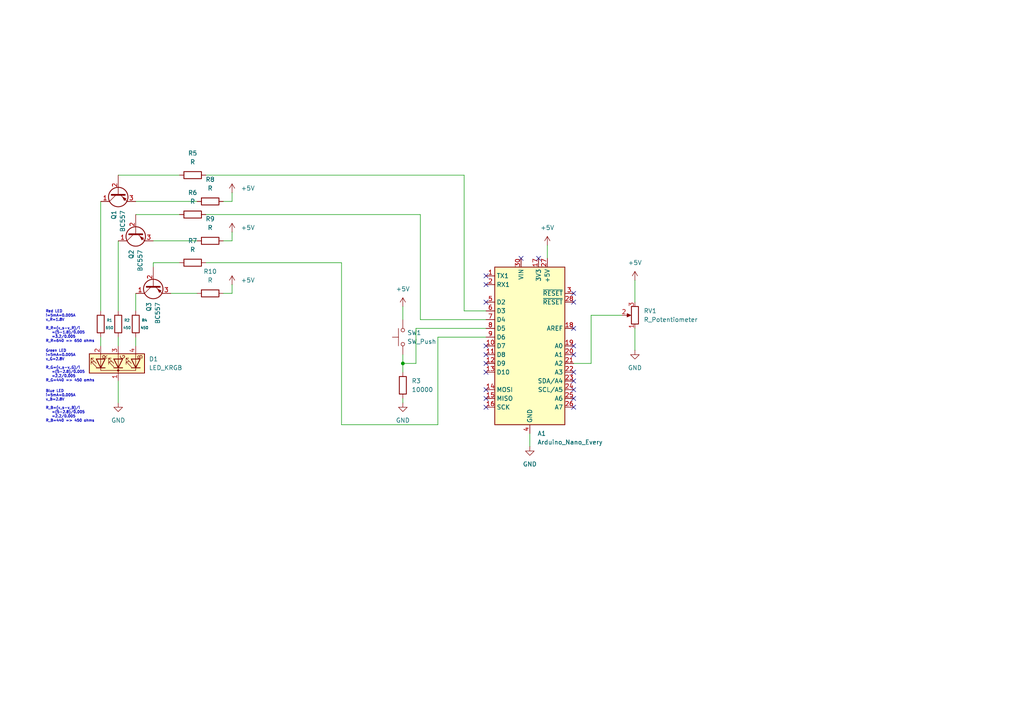
<source format=kicad_sch>
(kicad_sch
	(version 20231120)
	(generator "eeschema")
	(generator_version "8.0")
	(uuid "5f9a8620-ee1b-4e13-ab40-480da1a30c55")
	(paper "A4")
	(lib_symbols
		(symbol "Device:LED_KRGB"
			(pin_names
				(offset 0) hide)
			(exclude_from_sim no)
			(in_bom yes)
			(on_board yes)
			(property "Reference" "D"
				(at 0 9.398 0)
				(effects
					(font
						(size 1.27 1.27)
					)
				)
			)
			(property "Value" "LED_KRGB"
				(at 0 -8.89 0)
				(effects
					(font
						(size 1.27 1.27)
					)
				)
			)
			(property "Footprint" ""
				(at 0 -1.27 0)
				(effects
					(font
						(size 1.27 1.27)
					)
					(hide yes)
				)
			)
			(property "Datasheet" "~"
				(at 0 -1.27 0)
				(effects
					(font
						(size 1.27 1.27)
					)
					(hide yes)
				)
			)
			(property "Description" "RGB LED, cathode/red/green/blue"
				(at 0 0 0)
				(effects
					(font
						(size 1.27 1.27)
					)
					(hide yes)
				)
			)
			(property "ki_keywords" "LED RGB diode"
				(at 0 0 0)
				(effects
					(font
						(size 1.27 1.27)
					)
					(hide yes)
				)
			)
			(property "ki_fp_filters" "LED* LED_SMD:* LED_THT:*"
				(at 0 0 0)
				(effects
					(font
						(size 1.27 1.27)
					)
					(hide yes)
				)
			)
			(symbol "LED_KRGB_0_0"
				(text "B"
					(at 1.905 -6.35 0)
					(effects
						(font
							(size 1.27 1.27)
						)
					)
				)
				(text "G"
					(at 1.905 -1.27 0)
					(effects
						(font
							(size 1.27 1.27)
						)
					)
				)
				(text "R"
					(at 1.905 3.81 0)
					(effects
						(font
							(size 1.27 1.27)
						)
					)
				)
			)
			(symbol "LED_KRGB_0_1"
				(circle
					(center -2.032 0)
					(radius 0.254)
					(stroke
						(width 0)
						(type default)
					)
					(fill
						(type outline)
					)
				)
				(polyline
					(pts
						(xy -1.27 -5.08) (xy 1.27 -5.08)
					)
					(stroke
						(width 0)
						(type default)
					)
					(fill
						(type none)
					)
				)
				(polyline
					(pts
						(xy -1.27 -3.81) (xy -1.27 -6.35)
					)
					(stroke
						(width 0.254)
						(type default)
					)
					(fill
						(type none)
					)
				)
				(polyline
					(pts
						(xy -1.27 0) (xy -2.54 0)
					)
					(stroke
						(width 0)
						(type default)
					)
					(fill
						(type none)
					)
				)
				(polyline
					(pts
						(xy -1.27 1.27) (xy -1.27 -1.27)
					)
					(stroke
						(width 0.254)
						(type default)
					)
					(fill
						(type none)
					)
				)
				(polyline
					(pts
						(xy -1.27 5.08) (xy 1.27 5.08)
					)
					(stroke
						(width 0)
						(type default)
					)
					(fill
						(type none)
					)
				)
				(polyline
					(pts
						(xy -1.27 6.35) (xy -1.27 3.81)
					)
					(stroke
						(width 0.254)
						(type default)
					)
					(fill
						(type none)
					)
				)
				(polyline
					(pts
						(xy 1.27 -5.08) (xy 2.54 -5.08)
					)
					(stroke
						(width 0)
						(type default)
					)
					(fill
						(type none)
					)
				)
				(polyline
					(pts
						(xy 1.27 0) (xy -1.27 0)
					)
					(stroke
						(width 0)
						(type default)
					)
					(fill
						(type none)
					)
				)
				(polyline
					(pts
						(xy 1.27 0) (xy 2.54 0)
					)
					(stroke
						(width 0)
						(type default)
					)
					(fill
						(type none)
					)
				)
				(polyline
					(pts
						(xy 1.27 5.08) (xy 2.54 5.08)
					)
					(stroke
						(width 0)
						(type default)
					)
					(fill
						(type none)
					)
				)
				(polyline
					(pts
						(xy -1.27 1.27) (xy -1.27 -1.27) (xy -1.27 -1.27)
					)
					(stroke
						(width 0)
						(type default)
					)
					(fill
						(type none)
					)
				)
				(polyline
					(pts
						(xy -1.27 6.35) (xy -1.27 3.81) (xy -1.27 3.81)
					)
					(stroke
						(width 0)
						(type default)
					)
					(fill
						(type none)
					)
				)
				(polyline
					(pts
						(xy -1.27 5.08) (xy -2.032 5.08) (xy -2.032 -5.08) (xy -1.016 -5.08)
					)
					(stroke
						(width 0)
						(type default)
					)
					(fill
						(type none)
					)
				)
				(polyline
					(pts
						(xy 1.27 -3.81) (xy 1.27 -6.35) (xy -1.27 -5.08) (xy 1.27 -3.81)
					)
					(stroke
						(width 0.254)
						(type default)
					)
					(fill
						(type none)
					)
				)
				(polyline
					(pts
						(xy 1.27 1.27) (xy 1.27 -1.27) (xy -1.27 0) (xy 1.27 1.27)
					)
					(stroke
						(width 0.254)
						(type default)
					)
					(fill
						(type none)
					)
				)
				(polyline
					(pts
						(xy 1.27 6.35) (xy 1.27 3.81) (xy -1.27 5.08) (xy 1.27 6.35)
					)
					(stroke
						(width 0.254)
						(type default)
					)
					(fill
						(type none)
					)
				)
				(polyline
					(pts
						(xy -1.016 -3.81) (xy 0.508 -2.286) (xy -0.254 -2.286) (xy 0.508 -2.286) (xy 0.508 -3.048)
					)
					(stroke
						(width 0)
						(type default)
					)
					(fill
						(type none)
					)
				)
				(polyline
					(pts
						(xy -1.016 1.27) (xy 0.508 2.794) (xy -0.254 2.794) (xy 0.508 2.794) (xy 0.508 2.032)
					)
					(stroke
						(width 0)
						(type default)
					)
					(fill
						(type none)
					)
				)
				(polyline
					(pts
						(xy -1.016 6.35) (xy 0.508 7.874) (xy -0.254 7.874) (xy 0.508 7.874) (xy 0.508 7.112)
					)
					(stroke
						(width 0)
						(type default)
					)
					(fill
						(type none)
					)
				)
				(polyline
					(pts
						(xy 0 -3.81) (xy 1.524 -2.286) (xy 0.762 -2.286) (xy 1.524 -2.286) (xy 1.524 -3.048)
					)
					(stroke
						(width 0)
						(type default)
					)
					(fill
						(type none)
					)
				)
				(polyline
					(pts
						(xy 0 1.27) (xy 1.524 2.794) (xy 0.762 2.794) (xy 1.524 2.794) (xy 1.524 2.032)
					)
					(stroke
						(width 0)
						(type default)
					)
					(fill
						(type none)
					)
				)
				(polyline
					(pts
						(xy 0 6.35) (xy 1.524 7.874) (xy 0.762 7.874) (xy 1.524 7.874) (xy 1.524 7.112)
					)
					(stroke
						(width 0)
						(type default)
					)
					(fill
						(type none)
					)
				)
				(rectangle
					(start 1.27 -1.27)
					(end 1.27 1.27)
					(stroke
						(width 0)
						(type default)
					)
					(fill
						(type none)
					)
				)
				(rectangle
					(start 1.27 1.27)
					(end 1.27 1.27)
					(stroke
						(width 0)
						(type default)
					)
					(fill
						(type none)
					)
				)
				(rectangle
					(start 1.27 3.81)
					(end 1.27 6.35)
					(stroke
						(width 0)
						(type default)
					)
					(fill
						(type none)
					)
				)
				(rectangle
					(start 1.27 6.35)
					(end 1.27 6.35)
					(stroke
						(width 0)
						(type default)
					)
					(fill
						(type none)
					)
				)
				(rectangle
					(start 2.794 8.382)
					(end -2.794 -7.62)
					(stroke
						(width 0.254)
						(type default)
					)
					(fill
						(type background)
					)
				)
			)
			(symbol "LED_KRGB_1_1"
				(pin passive line
					(at -5.08 0 0)
					(length 2.54)
					(name "K"
						(effects
							(font
								(size 1.27 1.27)
							)
						)
					)
					(number "1"
						(effects
							(font
								(size 1.27 1.27)
							)
						)
					)
				)
				(pin passive line
					(at 5.08 5.08 180)
					(length 2.54)
					(name "RA"
						(effects
							(font
								(size 1.27 1.27)
							)
						)
					)
					(number "2"
						(effects
							(font
								(size 1.27 1.27)
							)
						)
					)
				)
				(pin passive line
					(at 5.08 0 180)
					(length 2.54)
					(name "GA"
						(effects
							(font
								(size 1.27 1.27)
							)
						)
					)
					(number "3"
						(effects
							(font
								(size 1.27 1.27)
							)
						)
					)
				)
				(pin passive line
					(at 5.08 -5.08 180)
					(length 2.54)
					(name "BA"
						(effects
							(font
								(size 1.27 1.27)
							)
						)
					)
					(number "4"
						(effects
							(font
								(size 1.27 1.27)
							)
						)
					)
				)
			)
		)
		(symbol "Device:R"
			(pin_numbers hide)
			(pin_names
				(offset 0)
			)
			(exclude_from_sim no)
			(in_bom yes)
			(on_board yes)
			(property "Reference" "R"
				(at 2.032 0 90)
				(effects
					(font
						(size 1.27 1.27)
					)
				)
			)
			(property "Value" "R"
				(at 0 0 90)
				(effects
					(font
						(size 1.27 1.27)
					)
				)
			)
			(property "Footprint" ""
				(at -1.778 0 90)
				(effects
					(font
						(size 1.27 1.27)
					)
					(hide yes)
				)
			)
			(property "Datasheet" "~"
				(at 0 0 0)
				(effects
					(font
						(size 1.27 1.27)
					)
					(hide yes)
				)
			)
			(property "Description" "Resistor"
				(at 0 0 0)
				(effects
					(font
						(size 1.27 1.27)
					)
					(hide yes)
				)
			)
			(property "ki_keywords" "R res resistor"
				(at 0 0 0)
				(effects
					(font
						(size 1.27 1.27)
					)
					(hide yes)
				)
			)
			(property "ki_fp_filters" "R_*"
				(at 0 0 0)
				(effects
					(font
						(size 1.27 1.27)
					)
					(hide yes)
				)
			)
			(symbol "R_0_1"
				(rectangle
					(start -1.016 -2.54)
					(end 1.016 2.54)
					(stroke
						(width 0.254)
						(type default)
					)
					(fill
						(type none)
					)
				)
			)
			(symbol "R_1_1"
				(pin passive line
					(at 0 3.81 270)
					(length 1.27)
					(name "~"
						(effects
							(font
								(size 1.27 1.27)
							)
						)
					)
					(number "1"
						(effects
							(font
								(size 1.27 1.27)
							)
						)
					)
				)
				(pin passive line
					(at 0 -3.81 90)
					(length 1.27)
					(name "~"
						(effects
							(font
								(size 1.27 1.27)
							)
						)
					)
					(number "2"
						(effects
							(font
								(size 1.27 1.27)
							)
						)
					)
				)
			)
		)
		(symbol "Device:R_Potentiometer"
			(pin_names
				(offset 1.016) hide)
			(exclude_from_sim no)
			(in_bom yes)
			(on_board yes)
			(property "Reference" "RV"
				(at -4.445 0 90)
				(effects
					(font
						(size 1.27 1.27)
					)
				)
			)
			(property "Value" "R_Potentiometer"
				(at -2.54 0 90)
				(effects
					(font
						(size 1.27 1.27)
					)
				)
			)
			(property "Footprint" ""
				(at 0 0 0)
				(effects
					(font
						(size 1.27 1.27)
					)
					(hide yes)
				)
			)
			(property "Datasheet" "~"
				(at 0 0 0)
				(effects
					(font
						(size 1.27 1.27)
					)
					(hide yes)
				)
			)
			(property "Description" "Potentiometer"
				(at 0 0 0)
				(effects
					(font
						(size 1.27 1.27)
					)
					(hide yes)
				)
			)
			(property "ki_keywords" "resistor variable"
				(at 0 0 0)
				(effects
					(font
						(size 1.27 1.27)
					)
					(hide yes)
				)
			)
			(property "ki_fp_filters" "Potentiometer*"
				(at 0 0 0)
				(effects
					(font
						(size 1.27 1.27)
					)
					(hide yes)
				)
			)
			(symbol "R_Potentiometer_0_1"
				(polyline
					(pts
						(xy 2.54 0) (xy 1.524 0)
					)
					(stroke
						(width 0)
						(type default)
					)
					(fill
						(type none)
					)
				)
				(polyline
					(pts
						(xy 1.143 0) (xy 2.286 0.508) (xy 2.286 -0.508) (xy 1.143 0)
					)
					(stroke
						(width 0)
						(type default)
					)
					(fill
						(type outline)
					)
				)
				(rectangle
					(start 1.016 2.54)
					(end -1.016 -2.54)
					(stroke
						(width 0.254)
						(type default)
					)
					(fill
						(type none)
					)
				)
			)
			(symbol "R_Potentiometer_1_1"
				(pin passive line
					(at 0 3.81 270)
					(length 1.27)
					(name "1"
						(effects
							(font
								(size 1.27 1.27)
							)
						)
					)
					(number "1"
						(effects
							(font
								(size 1.27 1.27)
							)
						)
					)
				)
				(pin passive line
					(at 3.81 0 180)
					(length 1.27)
					(name "2"
						(effects
							(font
								(size 1.27 1.27)
							)
						)
					)
					(number "2"
						(effects
							(font
								(size 1.27 1.27)
							)
						)
					)
				)
				(pin passive line
					(at 0 -3.81 90)
					(length 1.27)
					(name "3"
						(effects
							(font
								(size 1.27 1.27)
							)
						)
					)
					(number "3"
						(effects
							(font
								(size 1.27 1.27)
							)
						)
					)
				)
			)
		)
		(symbol "MCU_Module:Arduino_Nano_Every"
			(exclude_from_sim no)
			(in_bom yes)
			(on_board yes)
			(property "Reference" "A"
				(at -10.16 23.495 0)
				(effects
					(font
						(size 1.27 1.27)
					)
					(justify left bottom)
				)
			)
			(property "Value" "Arduino_Nano_Every"
				(at 5.08 -24.13 0)
				(effects
					(font
						(size 1.27 1.27)
					)
					(justify left top)
				)
			)
			(property "Footprint" "Module:Arduino_Nano"
				(at 0 0 0)
				(effects
					(font
						(size 1.27 1.27)
						(italic yes)
					)
					(hide yes)
				)
			)
			(property "Datasheet" "https://content.arduino.cc/assets/NANOEveryV3.0_sch.pdf"
				(at 0 0 0)
				(effects
					(font
						(size 1.27 1.27)
					)
					(hide yes)
				)
			)
			(property "Description" "Arduino Nano Every"
				(at 0 0 0)
				(effects
					(font
						(size 1.27 1.27)
					)
					(hide yes)
				)
			)
			(property "ki_keywords" "Arduino nano microcontroller module USB UPDI AATMega4809 AVR"
				(at 0 0 0)
				(effects
					(font
						(size 1.27 1.27)
					)
					(hide yes)
				)
			)
			(property "ki_fp_filters" "Arduino*Nano*"
				(at 0 0 0)
				(effects
					(font
						(size 1.27 1.27)
					)
					(hide yes)
				)
			)
			(symbol "Arduino_Nano_Every_0_1"
				(rectangle
					(start -10.16 22.86)
					(end 10.16 -22.86)
					(stroke
						(width 0.254)
						(type default)
					)
					(fill
						(type background)
					)
				)
			)
			(symbol "Arduino_Nano_Every_1_1"
				(pin bidirectional line
					(at -12.7 20.32 0)
					(length 2.54)
					(name "TX1"
						(effects
							(font
								(size 1.27 1.27)
							)
						)
					)
					(number "1"
						(effects
							(font
								(size 1.27 1.27)
							)
						)
					)
				)
				(pin bidirectional line
					(at -12.7 0 0)
					(length 2.54)
					(name "D7"
						(effects
							(font
								(size 1.27 1.27)
							)
						)
					)
					(number "10"
						(effects
							(font
								(size 1.27 1.27)
							)
						)
					)
				)
				(pin bidirectional line
					(at -12.7 -2.54 0)
					(length 2.54)
					(name "D8"
						(effects
							(font
								(size 1.27 1.27)
							)
						)
					)
					(number "11"
						(effects
							(font
								(size 1.27 1.27)
							)
						)
					)
				)
				(pin bidirectional line
					(at -12.7 -5.08 0)
					(length 2.54)
					(name "D9"
						(effects
							(font
								(size 1.27 1.27)
							)
						)
					)
					(number "12"
						(effects
							(font
								(size 1.27 1.27)
							)
						)
					)
				)
				(pin bidirectional line
					(at -12.7 -7.62 0)
					(length 2.54)
					(name "D10"
						(effects
							(font
								(size 1.27 1.27)
							)
						)
					)
					(number "13"
						(effects
							(font
								(size 1.27 1.27)
							)
						)
					)
				)
				(pin bidirectional line
					(at -12.7 -12.7 0)
					(length 2.54)
					(name "MOSI"
						(effects
							(font
								(size 1.27 1.27)
							)
						)
					)
					(number "14"
						(effects
							(font
								(size 1.27 1.27)
							)
						)
					)
				)
				(pin bidirectional line
					(at -12.7 -15.24 0)
					(length 2.54)
					(name "MISO"
						(effects
							(font
								(size 1.27 1.27)
							)
						)
					)
					(number "15"
						(effects
							(font
								(size 1.27 1.27)
							)
						)
					)
				)
				(pin bidirectional line
					(at -12.7 -17.78 0)
					(length 2.54)
					(name "SCK"
						(effects
							(font
								(size 1.27 1.27)
							)
						)
					)
					(number "16"
						(effects
							(font
								(size 1.27 1.27)
							)
						)
					)
				)
				(pin power_out line
					(at 2.54 25.4 270)
					(length 2.54)
					(name "3V3"
						(effects
							(font
								(size 1.27 1.27)
							)
						)
					)
					(number "17"
						(effects
							(font
								(size 1.27 1.27)
							)
						)
					)
				)
				(pin input line
					(at 12.7 5.08 180)
					(length 2.54)
					(name "AREF"
						(effects
							(font
								(size 1.27 1.27)
							)
						)
					)
					(number "18"
						(effects
							(font
								(size 1.27 1.27)
							)
						)
					)
				)
				(pin bidirectional line
					(at 12.7 0 180)
					(length 2.54)
					(name "A0"
						(effects
							(font
								(size 1.27 1.27)
							)
						)
					)
					(number "19"
						(effects
							(font
								(size 1.27 1.27)
							)
						)
					)
				)
				(pin bidirectional line
					(at -12.7 17.78 0)
					(length 2.54)
					(name "RX1"
						(effects
							(font
								(size 1.27 1.27)
							)
						)
					)
					(number "2"
						(effects
							(font
								(size 1.27 1.27)
							)
						)
					)
				)
				(pin bidirectional line
					(at 12.7 -2.54 180)
					(length 2.54)
					(name "A1"
						(effects
							(font
								(size 1.27 1.27)
							)
						)
					)
					(number "20"
						(effects
							(font
								(size 1.27 1.27)
							)
						)
					)
				)
				(pin bidirectional line
					(at 12.7 -5.08 180)
					(length 2.54)
					(name "A2"
						(effects
							(font
								(size 1.27 1.27)
							)
						)
					)
					(number "21"
						(effects
							(font
								(size 1.27 1.27)
							)
						)
					)
				)
				(pin bidirectional line
					(at 12.7 -7.62 180)
					(length 2.54)
					(name "A3"
						(effects
							(font
								(size 1.27 1.27)
							)
						)
					)
					(number "22"
						(effects
							(font
								(size 1.27 1.27)
							)
						)
					)
				)
				(pin bidirectional line
					(at 12.7 -10.16 180)
					(length 2.54)
					(name "SDA/A4"
						(effects
							(font
								(size 1.27 1.27)
							)
						)
					)
					(number "23"
						(effects
							(font
								(size 1.27 1.27)
							)
						)
					)
				)
				(pin bidirectional line
					(at 12.7 -12.7 180)
					(length 2.54)
					(name "SCL/A5"
						(effects
							(font
								(size 1.27 1.27)
							)
						)
					)
					(number "24"
						(effects
							(font
								(size 1.27 1.27)
							)
						)
					)
				)
				(pin bidirectional line
					(at 12.7 -15.24 180)
					(length 2.54)
					(name "A6"
						(effects
							(font
								(size 1.27 1.27)
							)
						)
					)
					(number "25"
						(effects
							(font
								(size 1.27 1.27)
							)
						)
					)
				)
				(pin bidirectional line
					(at 12.7 -17.78 180)
					(length 2.54)
					(name "A7"
						(effects
							(font
								(size 1.27 1.27)
							)
						)
					)
					(number "26"
						(effects
							(font
								(size 1.27 1.27)
							)
						)
					)
				)
				(pin power_out line
					(at 5.08 25.4 270)
					(length 2.54)
					(name "+5V"
						(effects
							(font
								(size 1.27 1.27)
							)
						)
					)
					(number "27"
						(effects
							(font
								(size 1.27 1.27)
							)
						)
					)
				)
				(pin input line
					(at 12.7 12.7 180)
					(length 2.54)
					(name "~{RESET}"
						(effects
							(font
								(size 1.27 1.27)
							)
						)
					)
					(number "28"
						(effects
							(font
								(size 1.27 1.27)
							)
						)
					)
				)
				(pin passive line
					(at 0 -25.4 90)
					(length 2.54) hide
					(name "GND"
						(effects
							(font
								(size 1.27 1.27)
							)
						)
					)
					(number "29"
						(effects
							(font
								(size 1.27 1.27)
							)
						)
					)
				)
				(pin input line
					(at 12.7 15.24 180)
					(length 2.54)
					(name "~{RESET}"
						(effects
							(font
								(size 1.27 1.27)
							)
						)
					)
					(number "3"
						(effects
							(font
								(size 1.27 1.27)
							)
						)
					)
				)
				(pin power_in line
					(at -2.54 25.4 270)
					(length 2.54)
					(name "VIN"
						(effects
							(font
								(size 1.27 1.27)
							)
						)
					)
					(number "30"
						(effects
							(font
								(size 1.27 1.27)
							)
						)
					)
				)
				(pin power_in line
					(at 0 -25.4 90)
					(length 2.54)
					(name "GND"
						(effects
							(font
								(size 1.27 1.27)
							)
						)
					)
					(number "4"
						(effects
							(font
								(size 1.27 1.27)
							)
						)
					)
				)
				(pin bidirectional line
					(at -12.7 12.7 0)
					(length 2.54)
					(name "D2"
						(effects
							(font
								(size 1.27 1.27)
							)
						)
					)
					(number "5"
						(effects
							(font
								(size 1.27 1.27)
							)
						)
					)
				)
				(pin bidirectional line
					(at -12.7 10.16 0)
					(length 2.54)
					(name "D3"
						(effects
							(font
								(size 1.27 1.27)
							)
						)
					)
					(number "6"
						(effects
							(font
								(size 1.27 1.27)
							)
						)
					)
				)
				(pin bidirectional line
					(at -12.7 7.62 0)
					(length 2.54)
					(name "D4"
						(effects
							(font
								(size 1.27 1.27)
							)
						)
					)
					(number "7"
						(effects
							(font
								(size 1.27 1.27)
							)
						)
					)
				)
				(pin bidirectional line
					(at -12.7 5.08 0)
					(length 2.54)
					(name "D5"
						(effects
							(font
								(size 1.27 1.27)
							)
						)
					)
					(number "8"
						(effects
							(font
								(size 1.27 1.27)
							)
						)
					)
				)
				(pin bidirectional line
					(at -12.7 2.54 0)
					(length 2.54)
					(name "D6"
						(effects
							(font
								(size 1.27 1.27)
							)
						)
					)
					(number "9"
						(effects
							(font
								(size 1.27 1.27)
							)
						)
					)
				)
			)
		)
		(symbol "Switch:SW_Push"
			(pin_numbers hide)
			(pin_names
				(offset 1.016) hide)
			(exclude_from_sim no)
			(in_bom yes)
			(on_board yes)
			(property "Reference" "SW"
				(at 1.27 2.54 0)
				(effects
					(font
						(size 1.27 1.27)
					)
					(justify left)
				)
			)
			(property "Value" "SW_Push"
				(at 0 -1.524 0)
				(effects
					(font
						(size 1.27 1.27)
					)
				)
			)
			(property "Footprint" ""
				(at 0 5.08 0)
				(effects
					(font
						(size 1.27 1.27)
					)
					(hide yes)
				)
			)
			(property "Datasheet" "~"
				(at 0 5.08 0)
				(effects
					(font
						(size 1.27 1.27)
					)
					(hide yes)
				)
			)
			(property "Description" "Push button switch, generic, two pins"
				(at 0 0 0)
				(effects
					(font
						(size 1.27 1.27)
					)
					(hide yes)
				)
			)
			(property "ki_keywords" "switch normally-open pushbutton push-button"
				(at 0 0 0)
				(effects
					(font
						(size 1.27 1.27)
					)
					(hide yes)
				)
			)
			(symbol "SW_Push_0_1"
				(circle
					(center -2.032 0)
					(radius 0.508)
					(stroke
						(width 0)
						(type default)
					)
					(fill
						(type none)
					)
				)
				(polyline
					(pts
						(xy 0 1.27) (xy 0 3.048)
					)
					(stroke
						(width 0)
						(type default)
					)
					(fill
						(type none)
					)
				)
				(polyline
					(pts
						(xy 2.54 1.27) (xy -2.54 1.27)
					)
					(stroke
						(width 0)
						(type default)
					)
					(fill
						(type none)
					)
				)
				(circle
					(center 2.032 0)
					(radius 0.508)
					(stroke
						(width 0)
						(type default)
					)
					(fill
						(type none)
					)
				)
				(pin passive line
					(at -5.08 0 0)
					(length 2.54)
					(name "1"
						(effects
							(font
								(size 1.27 1.27)
							)
						)
					)
					(number "1"
						(effects
							(font
								(size 1.27 1.27)
							)
						)
					)
				)
				(pin passive line
					(at 5.08 0 180)
					(length 2.54)
					(name "2"
						(effects
							(font
								(size 1.27 1.27)
							)
						)
					)
					(number "2"
						(effects
							(font
								(size 1.27 1.27)
							)
						)
					)
				)
			)
		)
		(symbol "Transistor_BJT:BC557"
			(pin_names
				(offset 0) hide)
			(exclude_from_sim no)
			(in_bom yes)
			(on_board yes)
			(property "Reference" "Q"
				(at 5.08 1.905 0)
				(effects
					(font
						(size 1.27 1.27)
					)
					(justify left)
				)
			)
			(property "Value" "BC557"
				(at 5.08 0 0)
				(effects
					(font
						(size 1.27 1.27)
					)
					(justify left)
				)
			)
			(property "Footprint" "Package_TO_SOT_THT:TO-92_Inline"
				(at 5.08 -1.905 0)
				(effects
					(font
						(size 1.27 1.27)
						(italic yes)
					)
					(justify left)
					(hide yes)
				)
			)
			(property "Datasheet" "https://www.onsemi.com/pub/Collateral/BC556BTA-D.pdf"
				(at 0 0 0)
				(effects
					(font
						(size 1.27 1.27)
					)
					(justify left)
					(hide yes)
				)
			)
			(property "Description" "0.1A Ic, 45V Vce, PNP Small Signal Transistor, TO-92"
				(at 0 0 0)
				(effects
					(font
						(size 1.27 1.27)
					)
					(hide yes)
				)
			)
			(property "ki_keywords" "PNP Transistor"
				(at 0 0 0)
				(effects
					(font
						(size 1.27 1.27)
					)
					(hide yes)
				)
			)
			(property "ki_fp_filters" "TO?92*"
				(at 0 0 0)
				(effects
					(font
						(size 1.27 1.27)
					)
					(hide yes)
				)
			)
			(symbol "BC557_0_1"
				(polyline
					(pts
						(xy 0.635 0.635) (xy 2.54 2.54)
					)
					(stroke
						(width 0)
						(type default)
					)
					(fill
						(type none)
					)
				)
				(polyline
					(pts
						(xy 0.635 -0.635) (xy 2.54 -2.54) (xy 2.54 -2.54)
					)
					(stroke
						(width 0)
						(type default)
					)
					(fill
						(type none)
					)
				)
				(polyline
					(pts
						(xy 0.635 1.905) (xy 0.635 -1.905) (xy 0.635 -1.905)
					)
					(stroke
						(width 0.508)
						(type default)
					)
					(fill
						(type none)
					)
				)
				(polyline
					(pts
						(xy 2.286 -1.778) (xy 1.778 -2.286) (xy 1.27 -1.27) (xy 2.286 -1.778) (xy 2.286 -1.778)
					)
					(stroke
						(width 0)
						(type default)
					)
					(fill
						(type outline)
					)
				)
				(circle
					(center 1.27 0)
					(radius 2.8194)
					(stroke
						(width 0.254)
						(type default)
					)
					(fill
						(type none)
					)
				)
			)
			(symbol "BC557_1_1"
				(pin passive line
					(at 2.54 5.08 270)
					(length 2.54)
					(name "C"
						(effects
							(font
								(size 1.27 1.27)
							)
						)
					)
					(number "1"
						(effects
							(font
								(size 1.27 1.27)
							)
						)
					)
				)
				(pin input line
					(at -5.08 0 0)
					(length 5.715)
					(name "B"
						(effects
							(font
								(size 1.27 1.27)
							)
						)
					)
					(number "2"
						(effects
							(font
								(size 1.27 1.27)
							)
						)
					)
				)
				(pin passive line
					(at 2.54 -5.08 90)
					(length 2.54)
					(name "E"
						(effects
							(font
								(size 1.27 1.27)
							)
						)
					)
					(number "3"
						(effects
							(font
								(size 1.27 1.27)
							)
						)
					)
				)
			)
		)
		(symbol "power:+5V"
			(power)
			(pin_numbers hide)
			(pin_names
				(offset 0) hide)
			(exclude_from_sim no)
			(in_bom yes)
			(on_board yes)
			(property "Reference" "#PWR"
				(at 0 -3.81 0)
				(effects
					(font
						(size 1.27 1.27)
					)
					(hide yes)
				)
			)
			(property "Value" "+5V"
				(at 0 3.556 0)
				(effects
					(font
						(size 1.27 1.27)
					)
				)
			)
			(property "Footprint" ""
				(at 0 0 0)
				(effects
					(font
						(size 1.27 1.27)
					)
					(hide yes)
				)
			)
			(property "Datasheet" ""
				(at 0 0 0)
				(effects
					(font
						(size 1.27 1.27)
					)
					(hide yes)
				)
			)
			(property "Description" "Power symbol creates a global label with name \"+5V\""
				(at 0 0 0)
				(effects
					(font
						(size 1.27 1.27)
					)
					(hide yes)
				)
			)
			(property "ki_keywords" "global power"
				(at 0 0 0)
				(effects
					(font
						(size 1.27 1.27)
					)
					(hide yes)
				)
			)
			(symbol "+5V_0_1"
				(polyline
					(pts
						(xy -0.762 1.27) (xy 0 2.54)
					)
					(stroke
						(width 0)
						(type default)
					)
					(fill
						(type none)
					)
				)
				(polyline
					(pts
						(xy 0 0) (xy 0 2.54)
					)
					(stroke
						(width 0)
						(type default)
					)
					(fill
						(type none)
					)
				)
				(polyline
					(pts
						(xy 0 2.54) (xy 0.762 1.27)
					)
					(stroke
						(width 0)
						(type default)
					)
					(fill
						(type none)
					)
				)
			)
			(symbol "+5V_1_1"
				(pin power_in line
					(at 0 0 90)
					(length 0)
					(name "~"
						(effects
							(font
								(size 1.27 1.27)
							)
						)
					)
					(number "1"
						(effects
							(font
								(size 1.27 1.27)
							)
						)
					)
				)
			)
		)
		(symbol "power:GND"
			(power)
			(pin_numbers hide)
			(pin_names
				(offset 0) hide)
			(exclude_from_sim no)
			(in_bom yes)
			(on_board yes)
			(property "Reference" "#PWR"
				(at 0 -6.35 0)
				(effects
					(font
						(size 1.27 1.27)
					)
					(hide yes)
				)
			)
			(property "Value" "GND"
				(at 0 -3.81 0)
				(effects
					(font
						(size 1.27 1.27)
					)
				)
			)
			(property "Footprint" ""
				(at 0 0 0)
				(effects
					(font
						(size 1.27 1.27)
					)
					(hide yes)
				)
			)
			(property "Datasheet" ""
				(at 0 0 0)
				(effects
					(font
						(size 1.27 1.27)
					)
					(hide yes)
				)
			)
			(property "Description" "Power symbol creates a global label with name \"GND\" , ground"
				(at 0 0 0)
				(effects
					(font
						(size 1.27 1.27)
					)
					(hide yes)
				)
			)
			(property "ki_keywords" "global power"
				(at 0 0 0)
				(effects
					(font
						(size 1.27 1.27)
					)
					(hide yes)
				)
			)
			(symbol "GND_0_1"
				(polyline
					(pts
						(xy 0 0) (xy 0 -1.27) (xy 1.27 -1.27) (xy 0 -2.54) (xy -1.27 -1.27) (xy 0 -1.27)
					)
					(stroke
						(width 0)
						(type default)
					)
					(fill
						(type none)
					)
				)
			)
			(symbol "GND_1_1"
				(pin power_in line
					(at 0 0 270)
					(length 0)
					(name "~"
						(effects
							(font
								(size 1.27 1.27)
							)
						)
					)
					(number "1"
						(effects
							(font
								(size 1.27 1.27)
							)
						)
					)
				)
			)
		)
	)
	(junction
		(at 116.84 105.41)
		(diameter 0)
		(color 0 0 0 0)
		(uuid "120c8db3-f595-45fb-9307-f03c707a952c")
	)
	(no_connect
		(at 166.37 87.63)
		(uuid "003d66df-de08-4ea0-a0b8-cb793fabdb64")
	)
	(no_connect
		(at 166.37 113.03)
		(uuid "249ab28c-9215-467a-868c-fb45d911b6bd")
	)
	(no_connect
		(at 140.97 118.11)
		(uuid "287b8800-8b64-4b92-a8a7-ec6132abf6fb")
	)
	(no_connect
		(at 140.97 87.63)
		(uuid "312ac905-6d4c-48f4-9955-639498cb005a")
	)
	(no_connect
		(at 140.97 102.87)
		(uuid "383704ff-71b8-44b7-b3b7-abe190de9074")
	)
	(no_connect
		(at 140.97 100.33)
		(uuid "3ce804f0-c314-4d82-903b-c9d3213a3be1")
	)
	(no_connect
		(at 166.37 118.11)
		(uuid "3d38b6cf-3d97-4119-b6d4-195cfcad9599")
	)
	(no_connect
		(at 166.37 102.87)
		(uuid "4614132c-c761-4e5e-8cbc-66d83b56631f")
	)
	(no_connect
		(at 140.97 113.03)
		(uuid "48aeabfb-3bc0-401c-a1e1-9c644135a27e")
	)
	(no_connect
		(at 156.21 74.93)
		(uuid "61face89-3f81-4356-9f26-ae2ca34678e9")
	)
	(no_connect
		(at 166.37 110.49)
		(uuid "701b92d8-f19c-4e62-97ca-3c662a4e5599")
	)
	(no_connect
		(at 166.37 107.95)
		(uuid "73e42aa4-e9fa-4df8-b9b3-dd4932a3c1c5")
	)
	(no_connect
		(at 140.97 82.55)
		(uuid "811760a5-0a66-44ce-be5b-45dc04d0ed16")
	)
	(no_connect
		(at 151.13 74.93)
		(uuid "83bfc33f-004c-4e16-b96b-23d030fe5ff4")
	)
	(no_connect
		(at 166.37 95.25)
		(uuid "8f5ad3cf-9555-45f8-aee3-1f7a284b8ebb")
	)
	(no_connect
		(at 140.97 105.41)
		(uuid "a6c25dbf-b5ab-46f0-a088-d1267ce4590c")
	)
	(no_connect
		(at 140.97 107.95)
		(uuid "aa8c8d6a-ea1d-4aec-81ab-a5f52a304dc2")
	)
	(no_connect
		(at 166.37 100.33)
		(uuid "b480fc6e-dc6c-4137-85d6-837885f735bb")
	)
	(no_connect
		(at 166.37 115.57)
		(uuid "b70e0216-bfd9-4435-bca7-da1e47cd082d")
	)
	(no_connect
		(at 140.97 115.57)
		(uuid "c5c6968b-181c-42b9-ab37-4c26eaa63898")
	)
	(no_connect
		(at 140.97 80.01)
		(uuid "f4212be7-ffc5-4aaa-9655-679c39b14116")
	)
	(no_connect
		(at 166.37 85.09)
		(uuid "fb6da01b-11db-4dda-b664-24c430ff27f3")
	)
	(wire
		(pts
			(xy 67.31 55.88) (xy 67.31 58.42)
		)
		(stroke
			(width 0)
			(type default)
		)
		(uuid "01bb8a3a-404d-4088-adb3-d4af8f0bbd0e")
	)
	(wire
		(pts
			(xy 116.84 115.57) (xy 116.84 116.84)
		)
		(stroke
			(width 0)
			(type default)
		)
		(uuid "0a61b628-0e71-431d-9d3a-256980130b40")
	)
	(wire
		(pts
			(xy 127 123.19) (xy 127 97.79)
		)
		(stroke
			(width 0)
			(type default)
		)
		(uuid "0c2b5468-72b2-41f9-9f79-280b007f8b39")
	)
	(wire
		(pts
			(xy 67.31 85.09) (xy 64.77 85.09)
		)
		(stroke
			(width 0)
			(type default)
		)
		(uuid "0cc4cde9-2b3a-49c4-b156-a8fb26339a93")
	)
	(wire
		(pts
			(xy 67.31 69.85) (xy 67.31 67.31)
		)
		(stroke
			(width 0)
			(type default)
		)
		(uuid "17573d22-e1c7-40a5-a158-19aed20552fa")
	)
	(wire
		(pts
			(xy 59.69 76.2) (xy 99.06 76.2)
		)
		(stroke
			(width 0)
			(type default)
		)
		(uuid "288d2314-83c9-461d-9d68-0171765a4c02")
	)
	(wire
		(pts
			(xy 39.37 85.09) (xy 39.37 90.17)
		)
		(stroke
			(width 0)
			(type default)
		)
		(uuid "28c172cd-f62b-44fd-a5b0-15da9e34fc78")
	)
	(wire
		(pts
			(xy 59.69 50.8) (xy 134.62 50.8)
		)
		(stroke
			(width 0)
			(type default)
		)
		(uuid "2d711c49-c909-4ad1-b563-b359db2cd6b6")
	)
	(wire
		(pts
			(xy 180.34 91.44) (xy 171.45 91.44)
		)
		(stroke
			(width 0)
			(type default)
		)
		(uuid "327218c9-bef7-4be7-905f-972bbcb4afbf")
	)
	(wire
		(pts
			(xy 127 123.19) (xy 99.06 123.19)
		)
		(stroke
			(width 0)
			(type default)
		)
		(uuid "32a49d23-b659-43cf-a3d3-013896717510")
	)
	(wire
		(pts
			(xy 34.29 69.85) (xy 34.29 90.17)
		)
		(stroke
			(width 0)
			(type default)
		)
		(uuid "34a1b4b4-bdb5-4692-a103-a76b491dc468")
	)
	(wire
		(pts
			(xy 52.07 50.8) (xy 34.29 50.8)
		)
		(stroke
			(width 0)
			(type default)
		)
		(uuid "37ad27d1-5138-4832-a8e4-56264ab8cbdd")
	)
	(wire
		(pts
			(xy 184.15 87.63) (xy 184.15 81.28)
		)
		(stroke
			(width 0)
			(type default)
		)
		(uuid "37b6ed59-eba0-48c4-90d5-71c7475d61ab")
	)
	(wire
		(pts
			(xy 57.15 58.42) (xy 39.37 58.42)
		)
		(stroke
			(width 0)
			(type default)
		)
		(uuid "396ae19a-bd4f-4d54-9409-7e059b2d17d2")
	)
	(wire
		(pts
			(xy 39.37 97.79) (xy 39.37 100.33)
		)
		(stroke
			(width 0)
			(type default)
		)
		(uuid "45342bd8-1247-4c18-a433-f4f07f483562")
	)
	(wire
		(pts
			(xy 67.31 85.09) (xy 67.31 82.55)
		)
		(stroke
			(width 0)
			(type default)
		)
		(uuid "477f2780-899a-44b4-869d-e2de2a4ccf45")
	)
	(wire
		(pts
			(xy 171.45 91.44) (xy 171.45 105.41)
		)
		(stroke
			(width 0)
			(type default)
		)
		(uuid "5df5a1ff-837a-4ea5-a0cd-3b1b2d6910ac")
	)
	(wire
		(pts
			(xy 57.15 85.09) (xy 49.53 85.09)
		)
		(stroke
			(width 0)
			(type default)
		)
		(uuid "687f9a5b-dc50-4c64-be5f-c3b602429ff3")
	)
	(wire
		(pts
			(xy 121.92 62.23) (xy 121.92 92.71)
		)
		(stroke
			(width 0)
			(type default)
		)
		(uuid "736ce276-f900-4779-8598-572c10d0f701")
	)
	(wire
		(pts
			(xy 184.15 95.25) (xy 184.15 101.6)
		)
		(stroke
			(width 0)
			(type default)
		)
		(uuid "79700f91-7d80-485d-aace-8df0600eb886")
	)
	(wire
		(pts
			(xy 116.84 105.41) (xy 116.84 107.95)
		)
		(stroke
			(width 0)
			(type default)
		)
		(uuid "7dd243da-d39d-4000-bbae-bbfb16272861")
	)
	(wire
		(pts
			(xy 134.62 50.8) (xy 134.62 90.17)
		)
		(stroke
			(width 0)
			(type default)
		)
		(uuid "85f56ee4-a57b-4380-969a-faba1b1fb354")
	)
	(wire
		(pts
			(xy 64.77 69.85) (xy 67.31 69.85)
		)
		(stroke
			(width 0)
			(type default)
		)
		(uuid "8658373e-5858-4610-83f1-5fb03bab18e2")
	)
	(wire
		(pts
			(xy 34.29 97.79) (xy 34.29 100.33)
		)
		(stroke
			(width 0)
			(type default)
		)
		(uuid "8b489671-ff29-4d7d-ae58-198f9533ce95")
	)
	(wire
		(pts
			(xy 120.65 105.41) (xy 116.84 105.41)
		)
		(stroke
			(width 0)
			(type default)
		)
		(uuid "8dd281fa-b1fc-48e1-9c2c-56f1c7efdb7b")
	)
	(wire
		(pts
			(xy 153.67 125.73) (xy 153.67 129.54)
		)
		(stroke
			(width 0)
			(type default)
		)
		(uuid "93bfe9f0-596c-4ae1-ba71-0b4714762923")
	)
	(wire
		(pts
			(xy 116.84 102.87) (xy 116.84 105.41)
		)
		(stroke
			(width 0)
			(type default)
		)
		(uuid "9ccf51de-6daf-463a-bb80-024e7f3c6f57")
	)
	(wire
		(pts
			(xy 57.15 69.85) (xy 44.45 69.85)
		)
		(stroke
			(width 0)
			(type default)
		)
		(uuid "9fc8bd19-2312-41b8-8715-fade854d486d")
	)
	(wire
		(pts
			(xy 158.75 71.12) (xy 158.75 74.93)
		)
		(stroke
			(width 0)
			(type default)
		)
		(uuid "a959e425-9b08-431c-94b5-f277d0789bd6")
	)
	(wire
		(pts
			(xy 116.84 88.9) (xy 116.84 92.71)
		)
		(stroke
			(width 0)
			(type default)
		)
		(uuid "abecf7e2-d003-4af0-b84a-6bbb4a02aed1")
	)
	(wire
		(pts
			(xy 29.21 58.42) (xy 29.21 90.17)
		)
		(stroke
			(width 0)
			(type default)
		)
		(uuid "b7eaf852-ac4e-45fb-892f-abba57e6cb9e")
	)
	(wire
		(pts
			(xy 99.06 76.2) (xy 99.06 123.19)
		)
		(stroke
			(width 0)
			(type default)
		)
		(uuid "b9ef6d06-e981-42bb-b746-51315365c9e9")
	)
	(wire
		(pts
			(xy 134.62 90.17) (xy 140.97 90.17)
		)
		(stroke
			(width 0)
			(type default)
		)
		(uuid "ba80f16a-b574-42d9-ba18-6a2e5033153a")
	)
	(wire
		(pts
			(xy 127 97.79) (xy 140.97 97.79)
		)
		(stroke
			(width 0)
			(type default)
		)
		(uuid "bcbe6e2b-9f4e-4f79-abb6-dc77144384b5")
	)
	(wire
		(pts
			(xy 171.45 105.41) (xy 166.37 105.41)
		)
		(stroke
			(width 0)
			(type default)
		)
		(uuid "c4ce07a2-b7e7-44b6-80b5-487479428ea3")
	)
	(wire
		(pts
			(xy 120.65 105.41) (xy 120.65 95.25)
		)
		(stroke
			(width 0)
			(type default)
		)
		(uuid "ca516906-e224-4d33-acfa-cee026ffebcf")
	)
	(wire
		(pts
			(xy 44.45 76.2) (xy 52.07 76.2)
		)
		(stroke
			(width 0)
			(type default)
		)
		(uuid "ca72cb51-b6e2-42ed-a32c-a9816e7a19f4")
	)
	(wire
		(pts
			(xy 34.29 110.49) (xy 34.29 116.84)
		)
		(stroke
			(width 0)
			(type default)
		)
		(uuid "cd7fd9c1-02e1-4936-8fdd-2e6b4db5b1a3")
	)
	(wire
		(pts
			(xy 67.31 58.42) (xy 64.77 58.42)
		)
		(stroke
			(width 0)
			(type default)
		)
		(uuid "ce91eea9-4847-4e3d-ba92-000bcf7c37a2")
	)
	(wire
		(pts
			(xy 121.92 92.71) (xy 140.97 92.71)
		)
		(stroke
			(width 0)
			(type default)
		)
		(uuid "df0d40cd-3fe7-49c4-8710-6b0703958fa4")
	)
	(wire
		(pts
			(xy 59.69 62.23) (xy 121.92 62.23)
		)
		(stroke
			(width 0)
			(type default)
		)
		(uuid "e03ee318-8a9d-4fa3-9a55-fed2a501a614")
	)
	(wire
		(pts
			(xy 39.37 62.23) (xy 52.07 62.23)
		)
		(stroke
			(width 0)
			(type default)
		)
		(uuid "e2092535-c25e-4623-b655-5d6933ec0a0c")
	)
	(wire
		(pts
			(xy 29.21 97.79) (xy 29.21 100.33)
		)
		(stroke
			(width 0)
			(type default)
		)
		(uuid "e306704c-16a4-4c22-ae99-d20daf57e980")
	)
	(wire
		(pts
			(xy 44.45 76.2) (xy 44.45 77.47)
		)
		(stroke
			(width 0)
			(type default)
		)
		(uuid "ee560b56-404a-439c-877c-d425f3eb5ffb")
	)
	(wire
		(pts
			(xy 120.65 95.25) (xy 140.97 95.25)
		)
		(stroke
			(width 0)
			(type default)
		)
		(uuid "f9082a6e-7c40-475b-9367-2a7540261707")
	)
	(text "Green LED\ni=5mA=0.005A\nv_G=2.8V\n\nR_G=(v_s-v_G)/i\n   =(5-2.8)/0.005\n   =2.2/0.005\nR_G=440 => 450 omhs"
		(exclude_from_sim no)
		(at 13.208 106.172 0)
		(effects
			(font
				(size 0.762 0.762)
			)
			(justify left)
		)
		(uuid "26693695-dc4c-42f6-a650-aa22e738c9fb")
	)
	(text "Red LED\ni=5mA=0.005A\nv_R=1.8V\n\nR_R=(v_s-v_R)/i\n   =(5-1.8)/0.005\n   =3.2/0.005\nR_R=640 => 650 ohms"
		(exclude_from_sim no)
		(at 13.208 94.742 0)
		(effects
			(font
				(size 0.762 0.762)
			)
			(justify left)
		)
		(uuid "79f82f8d-b912-418c-9a8b-f627bc555d14")
	)
	(text "Blue LED\ni=5mA=0.005A\nv_B=2.8V\n\nR_B=(v_s-v_B)/i\n   =(5-2.8)/0.005\n   =2.2/0.005\nR_B=440 => 450 ohms"
		(exclude_from_sim no)
		(at 13.208 117.856 0)
		(effects
			(font
				(size 0.762 0.762)
			)
			(justify left)
		)
		(uuid "bd07616c-e716-4059-91e1-e5708b968bc4")
	)
	(symbol
		(lib_id "Device:R")
		(at 55.88 50.8 90)
		(unit 1)
		(exclude_from_sim no)
		(in_bom yes)
		(on_board yes)
		(dnp no)
		(fields_autoplaced yes)
		(uuid "03b179a6-00a9-4a9d-9dec-a4ba878d9ab9")
		(property "Reference" "R5"
			(at 55.88 44.45 90)
			(effects
				(font
					(size 1.27 1.27)
				)
			)
		)
		(property "Value" "R"
			(at 55.88 46.99 90)
			(effects
				(font
					(size 1.27 1.27)
				)
			)
		)
		(property "Footprint" ""
			(at 55.88 52.578 90)
			(effects
				(font
					(size 1.27 1.27)
				)
				(hide yes)
			)
		)
		(property "Datasheet" "~"
			(at 55.88 50.8 0)
			(effects
				(font
					(size 1.27 1.27)
				)
				(hide yes)
			)
		)
		(property "Description" "Resistor"
			(at 55.88 50.8 0)
			(effects
				(font
					(size 1.27 1.27)
				)
				(hide yes)
			)
		)
		(pin "1"
			(uuid "0c45b270-7bed-4146-9958-162738c00f52")
		)
		(pin "2"
			(uuid "eb202af1-ff7c-45fc-acfd-fe800189ea7e")
		)
		(instances
			(project ""
				(path "/5f9a8620-ee1b-4e13-ab40-480da1a30c55"
					(reference "R5")
					(unit 1)
				)
			)
		)
	)
	(symbol
		(lib_id "Device:R")
		(at 116.84 111.76 0)
		(unit 1)
		(exclude_from_sim no)
		(in_bom yes)
		(on_board yes)
		(dnp no)
		(fields_autoplaced yes)
		(uuid "03d3de16-09e2-4011-a70f-04d01a0b5765")
		(property "Reference" "R3"
			(at 119.38 110.4899 0)
			(effects
				(font
					(size 1.27 1.27)
				)
				(justify left)
			)
		)
		(property "Value" "10000"
			(at 119.38 113.0299 0)
			(effects
				(font
					(size 1.27 1.27)
				)
				(justify left)
			)
		)
		(property "Footprint" ""
			(at 115.062 111.76 90)
			(effects
				(font
					(size 1.27 1.27)
				)
				(hide yes)
			)
		)
		(property "Datasheet" "~"
			(at 116.84 111.76 0)
			(effects
				(font
					(size 1.27 1.27)
				)
				(hide yes)
			)
		)
		(property "Description" "Resistor"
			(at 116.84 111.76 0)
			(effects
				(font
					(size 1.27 1.27)
				)
				(hide yes)
			)
		)
		(pin "1"
			(uuid "18cc24fb-9520-433b-8844-ce6e1a9d4e78")
		)
		(pin "2"
			(uuid "c84fa53f-b5c9-4a4b-bb20-ff97ba097d78")
		)
		(instances
			(project ""
				(path "/5f9a8620-ee1b-4e13-ab40-480da1a30c55"
					(reference "R3")
					(unit 1)
				)
			)
		)
	)
	(symbol
		(lib_id "Transistor_BJT:BC557")
		(at 34.29 55.88 90)
		(mirror x)
		(unit 1)
		(exclude_from_sim no)
		(in_bom yes)
		(on_board yes)
		(dnp no)
		(uuid "09e3b8f1-a667-44e3-ace9-a9dde2d3cb8c")
		(property "Reference" "Q1"
			(at 33.0199 60.96 0)
			(effects
				(font
					(size 1.27 1.27)
				)
				(justify left)
			)
		)
		(property "Value" "BC557"
			(at 35.5599 60.96 0)
			(effects
				(font
					(size 1.27 1.27)
				)
				(justify left)
			)
		)
		(property "Footprint" "Package_TO_SOT_THT:TO-92_Inline"
			(at 36.195 60.96 0)
			(effects
				(font
					(size 1.27 1.27)
					(italic yes)
				)
				(justify left)
				(hide yes)
			)
		)
		(property "Datasheet" "https://www.onsemi.com/pub/Collateral/BC556BTA-D.pdf"
			(at 34.29 55.88 0)
			(effects
				(font
					(size 1.27 1.27)
				)
				(justify left)
				(hide yes)
			)
		)
		(property "Description" "0.1A Ic, 45V Vce, PNP Small Signal Transistor, TO-92"
			(at 34.29 55.88 0)
			(effects
				(font
					(size 1.27 1.27)
				)
				(hide yes)
			)
		)
		(pin "1"
			(uuid "121f8598-bfa2-4aff-a3fb-c79c265fbc08")
		)
		(pin "2"
			(uuid "9ce59eef-95b8-46d0-8957-1b4e3fcf2a1a")
		)
		(pin "3"
			(uuid "69598ec6-201d-4971-b57e-3034c7291357")
		)
		(instances
			(project ""
				(path "/5f9a8620-ee1b-4e13-ab40-480da1a30c55"
					(reference "Q1")
					(unit 1)
				)
			)
		)
	)
	(symbol
		(lib_id "Device:R_Potentiometer")
		(at 184.15 91.44 180)
		(unit 1)
		(exclude_from_sim no)
		(in_bom yes)
		(on_board yes)
		(dnp no)
		(fields_autoplaced yes)
		(uuid "0f4760e6-0fd8-445b-b323-431f83fcaa82")
		(property "Reference" "RV1"
			(at 186.69 90.1699 0)
			(effects
				(font
					(size 1.27 1.27)
				)
				(justify right)
			)
		)
		(property "Value" "R_Potentiometer"
			(at 186.69 92.7099 0)
			(effects
				(font
					(size 1.27 1.27)
				)
				(justify right)
			)
		)
		(property "Footprint" ""
			(at 184.15 91.44 0)
			(effects
				(font
					(size 1.27 1.27)
				)
				(hide yes)
			)
		)
		(property "Datasheet" "~"
			(at 184.15 91.44 0)
			(effects
				(font
					(size 1.27 1.27)
				)
				(hide yes)
			)
		)
		(property "Description" "Potentiometer"
			(at 184.15 91.44 0)
			(effects
				(font
					(size 1.27 1.27)
				)
				(hide yes)
			)
		)
		(pin "3"
			(uuid "7ea4f15c-eb0a-48e0-8c9f-240ef6bbe8d7")
		)
		(pin "1"
			(uuid "8c74e9dd-bc4b-4acd-b30f-a00783f32b03")
		)
		(pin "2"
			(uuid "53419fc2-f0c5-42c7-967e-b5e313dbd344")
		)
		(instances
			(project ""
				(path "/5f9a8620-ee1b-4e13-ab40-480da1a30c55"
					(reference "RV1")
					(unit 1)
				)
			)
		)
	)
	(symbol
		(lib_id "Device:R")
		(at 60.96 69.85 90)
		(unit 1)
		(exclude_from_sim no)
		(in_bom yes)
		(on_board yes)
		(dnp no)
		(fields_autoplaced yes)
		(uuid "1c058d20-ebe0-40b9-ba91-0b2b17c0b324")
		(property "Reference" "R9"
			(at 60.96 63.5 90)
			(effects
				(font
					(size 1.27 1.27)
				)
			)
		)
		(property "Value" "R"
			(at 60.96 66.04 90)
			(effects
				(font
					(size 1.27 1.27)
				)
			)
		)
		(property "Footprint" ""
			(at 60.96 71.628 90)
			(effects
				(font
					(size 1.27 1.27)
				)
				(hide yes)
			)
		)
		(property "Datasheet" "~"
			(at 60.96 69.85 0)
			(effects
				(font
					(size 1.27 1.27)
				)
				(hide yes)
			)
		)
		(property "Description" "Resistor"
			(at 60.96 69.85 0)
			(effects
				(font
					(size 1.27 1.27)
				)
				(hide yes)
			)
		)
		(pin "1"
			(uuid "a46a092d-1040-4b6b-8dbe-ba770a4b7d27")
		)
		(pin "2"
			(uuid "ddef880e-fe02-4268-93d8-78ca758d16fe")
		)
		(instances
			(project "Room3"
				(path "/5f9a8620-ee1b-4e13-ab40-480da1a30c55"
					(reference "R9")
					(unit 1)
				)
			)
		)
	)
	(symbol
		(lib_id "power:GND")
		(at 153.67 129.54 0)
		(unit 1)
		(exclude_from_sim no)
		(in_bom yes)
		(on_board yes)
		(dnp no)
		(fields_autoplaced yes)
		(uuid "1f638200-b95a-4a0f-84cf-49a53a733a82")
		(property "Reference" "#PWR02"
			(at 153.67 135.89 0)
			(effects
				(font
					(size 1.27 1.27)
				)
				(hide yes)
			)
		)
		(property "Value" "GND"
			(at 153.67 134.62 0)
			(effects
				(font
					(size 1.27 1.27)
				)
			)
		)
		(property "Footprint" ""
			(at 153.67 129.54 0)
			(effects
				(font
					(size 1.27 1.27)
				)
				(hide yes)
			)
		)
		(property "Datasheet" ""
			(at 153.67 129.54 0)
			(effects
				(font
					(size 1.27 1.27)
				)
				(hide yes)
			)
		)
		(property "Description" "Power symbol creates a global label with name \"GND\" , ground"
			(at 153.67 129.54 0)
			(effects
				(font
					(size 1.27 1.27)
				)
				(hide yes)
			)
		)
		(pin "1"
			(uuid "95b08af8-d2c2-439a-8bca-a75d16410c3e")
		)
		(instances
			(project ""
				(path "/5f9a8620-ee1b-4e13-ab40-480da1a30c55"
					(reference "#PWR02")
					(unit 1)
				)
			)
		)
	)
	(symbol
		(lib_id "power:GND")
		(at 116.84 116.84 0)
		(unit 1)
		(exclude_from_sim no)
		(in_bom yes)
		(on_board yes)
		(dnp no)
		(fields_autoplaced yes)
		(uuid "275e370a-db84-4dc7-b5d3-e5f1552ef133")
		(property "Reference" "#PWR03"
			(at 116.84 123.19 0)
			(effects
				(font
					(size 1.27 1.27)
				)
				(hide yes)
			)
		)
		(property "Value" "GND"
			(at 116.84 121.92 0)
			(effects
				(font
					(size 1.27 1.27)
				)
			)
		)
		(property "Footprint" ""
			(at 116.84 116.84 0)
			(effects
				(font
					(size 1.27 1.27)
				)
				(hide yes)
			)
		)
		(property "Datasheet" ""
			(at 116.84 116.84 0)
			(effects
				(font
					(size 1.27 1.27)
				)
				(hide yes)
			)
		)
		(property "Description" "Power symbol creates a global label with name \"GND\" , ground"
			(at 116.84 116.84 0)
			(effects
				(font
					(size 1.27 1.27)
				)
				(hide yes)
			)
		)
		(pin "1"
			(uuid "1bb0df4d-d0de-4903-be4f-3c32cdc841c0")
		)
		(instances
			(project ""
				(path "/5f9a8620-ee1b-4e13-ab40-480da1a30c55"
					(reference "#PWR03")
					(unit 1)
				)
			)
		)
	)
	(symbol
		(lib_id "Device:LED_KRGB")
		(at 34.29 105.41 90)
		(unit 1)
		(exclude_from_sim no)
		(in_bom yes)
		(on_board yes)
		(dnp no)
		(fields_autoplaced yes)
		(uuid "2df8f394-e12e-478c-8517-6d04c37284aa")
		(property "Reference" "D1"
			(at 43.18 104.1399 90)
			(effects
				(font
					(size 1.27 1.27)
				)
				(justify right)
			)
		)
		(property "Value" "LED_KRGB"
			(at 43.18 106.6799 90)
			(effects
				(font
					(size 1.27 1.27)
				)
				(justify right)
			)
		)
		(property "Footprint" ""
			(at 35.56 105.41 0)
			(effects
				(font
					(size 1.27 1.27)
				)
				(hide yes)
			)
		)
		(property "Datasheet" "~"
			(at 35.56 105.41 0)
			(effects
				(font
					(size 1.27 1.27)
				)
				(hide yes)
			)
		)
		(property "Description" "RGB LED, cathode/red/green/blue"
			(at 34.29 105.41 0)
			(effects
				(font
					(size 1.27 1.27)
				)
				(hide yes)
			)
		)
		(pin "1"
			(uuid "c1682f87-b129-4ac7-a365-3fabec2de7d3")
		)
		(pin "4"
			(uuid "cc255eaa-517e-4d85-94fc-c32618a457e5")
		)
		(pin "2"
			(uuid "a1aeb98a-af5e-47a3-8a39-5a6e20eb9bf0")
		)
		(pin "3"
			(uuid "2cce6fc2-0256-401e-b763-3a3ed73fae38")
		)
		(instances
			(project ""
				(path "/5f9a8620-ee1b-4e13-ab40-480da1a30c55"
					(reference "D1")
					(unit 1)
				)
			)
		)
	)
	(symbol
		(lib_id "Device:R")
		(at 55.88 76.2 90)
		(unit 1)
		(exclude_from_sim no)
		(in_bom yes)
		(on_board yes)
		(dnp no)
		(fields_autoplaced yes)
		(uuid "3116312a-fbce-47e5-b199-9ab9b804b355")
		(property "Reference" "R7"
			(at 55.88 69.85 90)
			(effects
				(font
					(size 1.27 1.27)
				)
			)
		)
		(property "Value" "R"
			(at 55.88 72.39 90)
			(effects
				(font
					(size 1.27 1.27)
				)
			)
		)
		(property "Footprint" ""
			(at 55.88 77.978 90)
			(effects
				(font
					(size 1.27 1.27)
				)
				(hide yes)
			)
		)
		(property "Datasheet" "~"
			(at 55.88 76.2 0)
			(effects
				(font
					(size 1.27 1.27)
				)
				(hide yes)
			)
		)
		(property "Description" "Resistor"
			(at 55.88 76.2 0)
			(effects
				(font
					(size 1.27 1.27)
				)
				(hide yes)
			)
		)
		(pin "1"
			(uuid "d50cd556-7d65-4569-a0f2-736409862e6d")
		)
		(pin "2"
			(uuid "41c54b44-359f-4337-8861-58e94d9be4c0")
		)
		(instances
			(project "test"
				(path "/5f9a8620-ee1b-4e13-ab40-480da1a30c55"
					(reference "R7")
					(unit 1)
				)
			)
		)
	)
	(symbol
		(lib_id "Transistor_BJT:BC557")
		(at 44.45 82.55 90)
		(mirror x)
		(unit 1)
		(exclude_from_sim no)
		(in_bom yes)
		(on_board yes)
		(dnp no)
		(uuid "43c2574f-201a-4bca-8a9f-9a35fe19ae4f")
		(property "Reference" "Q3"
			(at 43.1799 87.63 0)
			(effects
				(font
					(size 1.27 1.27)
				)
				(justify left)
			)
		)
		(property "Value" "BC557"
			(at 45.7199 87.63 0)
			(effects
				(font
					(size 1.27 1.27)
				)
				(justify left)
			)
		)
		(property "Footprint" "Package_TO_SOT_THT:TO-92_Inline"
			(at 46.355 87.63 0)
			(effects
				(font
					(size 1.27 1.27)
					(italic yes)
				)
				(justify left)
				(hide yes)
			)
		)
		(property "Datasheet" "https://www.onsemi.com/pub/Collateral/BC556BTA-D.pdf"
			(at 44.45 82.55 0)
			(effects
				(font
					(size 1.27 1.27)
				)
				(justify left)
				(hide yes)
			)
		)
		(property "Description" "0.1A Ic, 45V Vce, PNP Small Signal Transistor, TO-92"
			(at 44.45 82.55 0)
			(effects
				(font
					(size 1.27 1.27)
				)
				(hide yes)
			)
		)
		(pin "1"
			(uuid "d5ac8623-6b27-4a27-bc66-64f41000a667")
		)
		(pin "2"
			(uuid "4d413074-7cf0-47fe-8883-c9eb77cb0bbc")
		)
		(pin "3"
			(uuid "2acb0880-155e-40a4-b001-865a7bab5ad7")
		)
		(instances
			(project "Room3"
				(path "/5f9a8620-ee1b-4e13-ab40-480da1a30c55"
					(reference "Q3")
					(unit 1)
				)
			)
		)
	)
	(symbol
		(lib_id "Switch:SW_Push")
		(at 116.84 97.79 90)
		(unit 1)
		(exclude_from_sim no)
		(in_bom yes)
		(on_board yes)
		(dnp no)
		(fields_autoplaced yes)
		(uuid "5065b9aa-77d4-44c7-b470-101534f481f2")
		(property "Reference" "SW1"
			(at 118.11 96.5199 90)
			(effects
				(font
					(size 1.27 1.27)
				)
				(justify right)
			)
		)
		(property "Value" "SW_Push"
			(at 118.11 99.0599 90)
			(effects
				(font
					(size 1.27 1.27)
				)
				(justify right)
			)
		)
		(property "Footprint" ""
			(at 111.76 97.79 0)
			(effects
				(font
					(size 1.27 1.27)
				)
				(hide yes)
			)
		)
		(property "Datasheet" "~"
			(at 111.76 97.79 0)
			(effects
				(font
					(size 1.27 1.27)
				)
				(hide yes)
			)
		)
		(property "Description" "Push button switch, generic, two pins"
			(at 116.84 97.79 0)
			(effects
				(font
					(size 1.27 1.27)
				)
				(hide yes)
			)
		)
		(pin "1"
			(uuid "eaf7d033-0cc3-4d3b-901d-3e31cfa1fd94")
		)
		(pin "2"
			(uuid "267a20b8-6fe0-456b-a00a-6b5105ed152d")
		)
		(instances
			(project ""
				(path "/5f9a8620-ee1b-4e13-ab40-480da1a30c55"
					(reference "SW1")
					(unit 1)
				)
			)
		)
	)
	(symbol
		(lib_id "Device:R")
		(at 39.37 93.98 0)
		(unit 1)
		(exclude_from_sim no)
		(in_bom yes)
		(on_board yes)
		(dnp no)
		(fields_autoplaced yes)
		(uuid "53805bfd-4a4c-4ddd-879f-0b92e2db9965")
		(property "Reference" "R4"
			(at 41.91 93.345 0)
			(effects
				(font
					(size 0.762 0.762)
				)
				(justify bottom)
			)
		)
		(property "Value" "450"
			(at 41.91 94.615 0)
			(effects
				(font
					(size 0.762 0.762)
				)
				(justify top)
			)
		)
		(property "Footprint" ""
			(at 37.592 93.98 90)
			(effects
				(font
					(size 1.27 1.27)
				)
				(hide yes)
			)
		)
		(property "Datasheet" "~"
			(at 39.37 93.98 0)
			(effects
				(font
					(size 1.27 1.27)
				)
				(hide yes)
			)
		)
		(property "Description" "Resistor"
			(at 39.37 93.98 0)
			(effects
				(font
					(size 1.27 1.27)
				)
				(hide yes)
			)
		)
		(pin "2"
			(uuid "2163d66e-19d0-4ff3-b557-7f253542be87")
		)
		(pin "1"
			(uuid "4087f489-ac5f-4d95-a235-86a51c6eef2c")
		)
		(instances
			(project ""
				(path "/5f9a8620-ee1b-4e13-ab40-480da1a30c55"
					(reference "R4")
					(unit 1)
				)
			)
		)
	)
	(symbol
		(lib_id "MCU_Module:Arduino_Nano_Every")
		(at 153.67 100.33 0)
		(unit 1)
		(exclude_from_sim no)
		(in_bom yes)
		(on_board yes)
		(dnp no)
		(fields_autoplaced yes)
		(uuid "55f8931d-d496-44b6-9e96-9b5bdd3832ed")
		(property "Reference" "A1"
			(at 155.8641 125.73 0)
			(effects
				(font
					(size 1.27 1.27)
				)
				(justify left)
			)
		)
		(property "Value" "Arduino_Nano_Every"
			(at 155.8641 128.27 0)
			(effects
				(font
					(size 1.27 1.27)
				)
				(justify left)
			)
		)
		(property "Footprint" "Module:Arduino_Nano"
			(at 153.67 100.33 0)
			(effects
				(font
					(size 1.27 1.27)
					(italic yes)
				)
				(hide yes)
			)
		)
		(property "Datasheet" "https://content.arduino.cc/assets/NANOEveryV3.0_sch.pdf"
			(at 153.67 100.33 0)
			(effects
				(font
					(size 1.27 1.27)
				)
				(hide yes)
			)
		)
		(property "Description" "Arduino Nano Every"
			(at 153.67 100.33 0)
			(effects
				(font
					(size 1.27 1.27)
				)
				(hide yes)
			)
		)
		(pin "5"
			(uuid "cbfa6574-7202-47b9-9452-28b40399185e")
		)
		(pin "22"
			(uuid "4e4afbb3-f7f0-4061-b75e-c2ef47f497b5")
		)
		(pin "26"
			(uuid "29ffad18-cc91-4e95-beff-c8f319dd103a")
		)
		(pin "4"
			(uuid "85b469ea-5771-4d40-84f8-fb3cffd176c7")
		)
		(pin "11"
			(uuid "cefaaf61-ab5f-4c83-8f08-e664877b4979")
		)
		(pin "20"
			(uuid "47450268-bf62-4787-9739-3e1eb4d308e7")
		)
		(pin "2"
			(uuid "0c847642-251d-4c9a-bc2f-59394f126f24")
		)
		(pin "25"
			(uuid "ca5d77ce-02e1-4bb7-84d7-9a09e93c6f3d")
		)
		(pin "29"
			(uuid "09d690b6-82d3-4318-b6d1-9232fceeab20")
		)
		(pin "28"
			(uuid "329d8839-d22b-4bb3-8fcd-3dcf2282d7eb")
		)
		(pin "21"
			(uuid "b3760126-349f-4304-a318-ab81a55a9bbd")
		)
		(pin "6"
			(uuid "d9af22b3-8140-486f-85b1-33cd70bb81f1")
		)
		(pin "14"
			(uuid "593a527a-1d1c-4403-89a1-3c47e9a9f625")
		)
		(pin "1"
			(uuid "568d02f8-d810-45d7-aca7-90bc645542e8")
		)
		(pin "12"
			(uuid "ad4b59fd-03a2-40c7-9b18-ee06e197d595")
		)
		(pin "16"
			(uuid "c51f2459-4c9f-45dc-9eab-5c3c871fc723")
		)
		(pin "18"
			(uuid "2a056192-8112-4c3f-a0e8-271d0626a7ae")
		)
		(pin "3"
			(uuid "bb4ef512-2027-4e50-8fde-ac30cb7cd8af")
		)
		(pin "9"
			(uuid "6fdd070f-0cae-4fc5-b43a-a253f8e50d90")
		)
		(pin "7"
			(uuid "1d3519de-7973-4f5c-8534-7a07cef5ccbc")
		)
		(pin "13"
			(uuid "01358dc7-7073-4a61-b3c4-e5d803e645f1")
		)
		(pin "15"
			(uuid "c167396f-5b83-42eb-ad6b-723f38e50b67")
		)
		(pin "19"
			(uuid "bfff067c-146f-42fe-b558-f569b027991b")
		)
		(pin "24"
			(uuid "69b78dc3-527d-476a-a0de-14c4747fe328")
		)
		(pin "8"
			(uuid "813f2e60-8cf9-4f42-9752-27d72be165ef")
		)
		(pin "30"
			(uuid "e3143d3d-4e8c-454b-8c44-0b68a75f8c03")
		)
		(pin "17"
			(uuid "7422b178-d7ab-475b-b44e-971b3cf0cdbd")
		)
		(pin "27"
			(uuid "c662a804-8cde-4a85-aeb5-792c1f190de0")
		)
		(pin "23"
			(uuid "4076d3f8-b598-48c9-b0af-3f0a69b0568a")
		)
		(pin "10"
			(uuid "1ea77dad-f70f-42c1-b909-4acb3acd4e0e")
		)
		(instances
			(project ""
				(path "/5f9a8620-ee1b-4e13-ab40-480da1a30c55"
					(reference "A1")
					(unit 1)
				)
			)
		)
	)
	(symbol
		(lib_id "Device:R")
		(at 29.21 93.98 0)
		(unit 1)
		(exclude_from_sim no)
		(in_bom yes)
		(on_board yes)
		(dnp no)
		(fields_autoplaced yes)
		(uuid "5be18deb-af85-4341-a4ad-95ca1a4ecd4b")
		(property "Reference" "R1"
			(at 31.75 93.345 0)
			(effects
				(font
					(size 0.762 0.762)
				)
				(justify bottom)
			)
		)
		(property "Value" "650"
			(at 31.75 94.615 0)
			(effects
				(font
					(size 0.762 0.762)
				)
				(justify top)
			)
		)
		(property "Footprint" ""
			(at 27.432 93.98 90)
			(effects
				(font
					(size 1.27 1.27)
				)
				(hide yes)
			)
		)
		(property "Datasheet" "~"
			(at 29.21 93.98 0)
			(effects
				(font
					(size 1.27 1.27)
				)
				(hide yes)
			)
		)
		(property "Description" "Resistor"
			(at 29.21 93.98 0)
			(effects
				(font
					(size 1.27 1.27)
				)
				(hide yes)
			)
		)
		(pin "1"
			(uuid "ab43fc60-5022-41e4-83da-27420245068a")
		)
		(pin "2"
			(uuid "ce30170c-9255-4fa7-a3a1-6e9ade1e5142")
		)
		(instances
			(project ""
				(path "/5f9a8620-ee1b-4e13-ab40-480da1a30c55"
					(reference "R1")
					(unit 1)
				)
			)
		)
	)
	(symbol
		(lib_id "Device:R")
		(at 55.88 62.23 90)
		(unit 1)
		(exclude_from_sim no)
		(in_bom yes)
		(on_board yes)
		(dnp no)
		(fields_autoplaced yes)
		(uuid "7335cc52-5658-4899-9a78-9a5d4d309602")
		(property "Reference" "R6"
			(at 55.88 55.88 90)
			(effects
				(font
					(size 1.27 1.27)
				)
			)
		)
		(property "Value" "R"
			(at 55.88 58.42 90)
			(effects
				(font
					(size 1.27 1.27)
				)
			)
		)
		(property "Footprint" ""
			(at 55.88 64.008 90)
			(effects
				(font
					(size 1.27 1.27)
				)
				(hide yes)
			)
		)
		(property "Datasheet" "~"
			(at 55.88 62.23 0)
			(effects
				(font
					(size 1.27 1.27)
				)
				(hide yes)
			)
		)
		(property "Description" "Resistor"
			(at 55.88 62.23 0)
			(effects
				(font
					(size 1.27 1.27)
				)
				(hide yes)
			)
		)
		(pin "1"
			(uuid "8b90a116-6e55-4114-87cc-3ac02eec68bf")
		)
		(pin "2"
			(uuid "f755c5e3-accf-427f-9e30-cc60c2625be7")
		)
		(instances
			(project "test"
				(path "/5f9a8620-ee1b-4e13-ab40-480da1a30c55"
					(reference "R6")
					(unit 1)
				)
			)
		)
	)
	(symbol
		(lib_id "Device:R")
		(at 34.29 93.98 0)
		(unit 1)
		(exclude_from_sim no)
		(in_bom yes)
		(on_board yes)
		(dnp no)
		(fields_autoplaced yes)
		(uuid "833aa1f0-857a-454f-835f-225501002577")
		(property "Reference" "R2"
			(at 36.83 93.345 0)
			(effects
				(font
					(size 0.762 0.762)
				)
				(justify bottom)
			)
		)
		(property "Value" "450"
			(at 36.83 94.615 0)
			(effects
				(font
					(size 0.762 0.762)
				)
				(justify top)
			)
		)
		(property "Footprint" ""
			(at 32.512 93.98 90)
			(effects
				(font
					(size 1.27 1.27)
				)
				(hide yes)
			)
		)
		(property "Datasheet" "~"
			(at 34.29 93.98 0)
			(effects
				(font
					(size 1.27 1.27)
				)
				(hide yes)
			)
		)
		(property "Description" "Resistor"
			(at 34.29 93.98 0)
			(effects
				(font
					(size 1.27 1.27)
				)
				(hide yes)
			)
		)
		(pin "2"
			(uuid "f054230d-bbc2-4aae-ad37-a9bb76dd55bc")
		)
		(pin "1"
			(uuid "f569919f-44c1-4fde-86e7-e61fc3bb20fc")
		)
		(instances
			(project ""
				(path "/5f9a8620-ee1b-4e13-ab40-480da1a30c55"
					(reference "R2")
					(unit 1)
				)
			)
		)
	)
	(symbol
		(lib_id "Transistor_BJT:BC557")
		(at 39.37 67.31 90)
		(mirror x)
		(unit 1)
		(exclude_from_sim no)
		(in_bom yes)
		(on_board yes)
		(dnp no)
		(uuid "a2141f86-befb-4e41-9f0d-12ab4cee3172")
		(property "Reference" "Q2"
			(at 38.0999 72.39 0)
			(effects
				(font
					(size 1.27 1.27)
				)
				(justify left)
			)
		)
		(property "Value" "BC557"
			(at 40.6399 72.39 0)
			(effects
				(font
					(size 1.27 1.27)
				)
				(justify left)
			)
		)
		(property "Footprint" "Package_TO_SOT_THT:TO-92_Inline"
			(at 41.275 72.39 0)
			(effects
				(font
					(size 1.27 1.27)
					(italic yes)
				)
				(justify left)
				(hide yes)
			)
		)
		(property "Datasheet" "https://www.onsemi.com/pub/Collateral/BC556BTA-D.pdf"
			(at 39.37 67.31 0)
			(effects
				(font
					(size 1.27 1.27)
				)
				(justify left)
				(hide yes)
			)
		)
		(property "Description" "0.1A Ic, 45V Vce, PNP Small Signal Transistor, TO-92"
			(at 39.37 67.31 0)
			(effects
				(font
					(size 1.27 1.27)
				)
				(hide yes)
			)
		)
		(pin "1"
			(uuid "e0f6de7f-e26e-4aa4-ad67-ed9252986206")
		)
		(pin "2"
			(uuid "58c6a9c1-0cb9-4f38-999c-9f62c1951953")
		)
		(pin "3"
			(uuid "1de8f3b8-4af1-47d9-90a2-6dcac629502e")
		)
		(instances
			(project "Room3"
				(path "/5f9a8620-ee1b-4e13-ab40-480da1a30c55"
					(reference "Q2")
					(unit 1)
				)
			)
		)
	)
	(symbol
		(lib_id "Device:R")
		(at 60.96 85.09 90)
		(unit 1)
		(exclude_from_sim no)
		(in_bom yes)
		(on_board yes)
		(dnp no)
		(fields_autoplaced yes)
		(uuid "ae8ce437-df5a-4fae-a460-9dfcf3a2f010")
		(property "Reference" "R10"
			(at 60.96 78.74 90)
			(effects
				(font
					(size 1.27 1.27)
				)
			)
		)
		(property "Value" "R"
			(at 60.96 81.28 90)
			(effects
				(font
					(size 1.27 1.27)
				)
			)
		)
		(property "Footprint" ""
			(at 60.96 86.868 90)
			(effects
				(font
					(size 1.27 1.27)
				)
				(hide yes)
			)
		)
		(property "Datasheet" "~"
			(at 60.96 85.09 0)
			(effects
				(font
					(size 1.27 1.27)
				)
				(hide yes)
			)
		)
		(property "Description" "Resistor"
			(at 60.96 85.09 0)
			(effects
				(font
					(size 1.27 1.27)
				)
				(hide yes)
			)
		)
		(pin "1"
			(uuid "8fe039ae-d6b8-4f4e-a16a-5b13b8a303fb")
		)
		(pin "2"
			(uuid "c128fa2a-9c4b-42c8-b5f0-142337bdbc85")
		)
		(instances
			(project "Room3"
				(path "/5f9a8620-ee1b-4e13-ab40-480da1a30c55"
					(reference "R10")
					(unit 1)
				)
			)
		)
	)
	(symbol
		(lib_id "power:+5V")
		(at 67.31 67.31 0)
		(unit 1)
		(exclude_from_sim no)
		(in_bom yes)
		(on_board yes)
		(dnp no)
		(fields_autoplaced yes)
		(uuid "b2175750-186e-484d-b1e4-9540229f9e6f")
		(property "Reference" "#PWR07"
			(at 67.31 71.12 0)
			(effects
				(font
					(size 1.27 1.27)
				)
				(hide yes)
			)
		)
		(property "Value" "+5V"
			(at 69.85 66.0399 0)
			(effects
				(font
					(size 1.27 1.27)
				)
				(justify left)
			)
		)
		(property "Footprint" ""
			(at 67.31 67.31 0)
			(effects
				(font
					(size 1.27 1.27)
				)
				(hide yes)
			)
		)
		(property "Datasheet" ""
			(at 67.31 67.31 0)
			(effects
				(font
					(size 1.27 1.27)
				)
				(hide yes)
			)
		)
		(property "Description" "Power symbol creates a global label with name \"+5V\""
			(at 67.31 67.31 0)
			(effects
				(font
					(size 1.27 1.27)
				)
				(hide yes)
			)
		)
		(pin "1"
			(uuid "3719ef02-d608-4f0b-8180-07d7502d196f")
		)
		(instances
			(project ""
				(path "/5f9a8620-ee1b-4e13-ab40-480da1a30c55"
					(reference "#PWR07")
					(unit 1)
				)
			)
		)
	)
	(symbol
		(lib_id "power:+5V")
		(at 158.75 71.12 0)
		(unit 1)
		(exclude_from_sim no)
		(in_bom yes)
		(on_board yes)
		(dnp no)
		(fields_autoplaced yes)
		(uuid "bb63bf00-b18a-4e6f-ba75-92b29c65bbee")
		(property "Reference" "#PWR01"
			(at 158.75 74.93 0)
			(effects
				(font
					(size 1.27 1.27)
				)
				(hide yes)
			)
		)
		(property "Value" "+5V"
			(at 158.75 66.04 0)
			(effects
				(font
					(size 1.27 1.27)
				)
			)
		)
		(property "Footprint" ""
			(at 158.75 71.12 0)
			(effects
				(font
					(size 1.27 1.27)
				)
				(hide yes)
			)
		)
		(property "Datasheet" ""
			(at 158.75 71.12 0)
			(effects
				(font
					(size 1.27 1.27)
				)
				(hide yes)
			)
		)
		(property "Description" "Power symbol creates a global label with name \"+5V\""
			(at 158.75 71.12 0)
			(effects
				(font
					(size 1.27 1.27)
				)
				(hide yes)
			)
		)
		(pin "1"
			(uuid "3caf6b60-5ee7-45e8-ae43-5356a25180f3")
		)
		(instances
			(project ""
				(path "/5f9a8620-ee1b-4e13-ab40-480da1a30c55"
					(reference "#PWR01")
					(unit 1)
				)
			)
		)
	)
	(symbol
		(lib_id "power:+5V")
		(at 116.84 88.9 0)
		(unit 1)
		(exclude_from_sim no)
		(in_bom yes)
		(on_board yes)
		(dnp no)
		(fields_autoplaced yes)
		(uuid "c04e5160-6b95-4e42-9cfb-1468dd0745d8")
		(property "Reference" "#PWR04"
			(at 116.84 92.71 0)
			(effects
				(font
					(size 1.27 1.27)
				)
				(hide yes)
			)
		)
		(property "Value" "+5V"
			(at 116.84 83.82 0)
			(effects
				(font
					(size 1.27 1.27)
				)
			)
		)
		(property "Footprint" ""
			(at 116.84 88.9 0)
			(effects
				(font
					(size 1.27 1.27)
				)
				(hide yes)
			)
		)
		(property "Datasheet" ""
			(at 116.84 88.9 0)
			(effects
				(font
					(size 1.27 1.27)
				)
				(hide yes)
			)
		)
		(property "Description" "Power symbol creates a global label with name \"+5V\""
			(at 116.84 88.9 0)
			(effects
				(font
					(size 1.27 1.27)
				)
				(hide yes)
			)
		)
		(pin "1"
			(uuid "443f3561-d6b4-4567-9b0c-dd1335ef1d4b")
		)
		(instances
			(project ""
				(path "/5f9a8620-ee1b-4e13-ab40-480da1a30c55"
					(reference "#PWR04")
					(unit 1)
				)
			)
		)
	)
	(symbol
		(lib_id "power:+5V")
		(at 184.15 81.28 0)
		(unit 1)
		(exclude_from_sim no)
		(in_bom yes)
		(on_board yes)
		(dnp no)
		(fields_autoplaced yes)
		(uuid "d86b7bb7-23c4-4928-9281-b8288ae57ca7")
		(property "Reference" "#PWR06"
			(at 184.15 85.09 0)
			(effects
				(font
					(size 1.27 1.27)
				)
				(hide yes)
			)
		)
		(property "Value" "+5V"
			(at 184.15 76.2 0)
			(effects
				(font
					(size 1.27 1.27)
				)
			)
		)
		(property "Footprint" ""
			(at 184.15 81.28 0)
			(effects
				(font
					(size 1.27 1.27)
				)
				(hide yes)
			)
		)
		(property "Datasheet" ""
			(at 184.15 81.28 0)
			(effects
				(font
					(size 1.27 1.27)
				)
				(hide yes)
			)
		)
		(property "Description" "Power symbol creates a global label with name \"+5V\""
			(at 184.15 81.28 0)
			(effects
				(font
					(size 1.27 1.27)
				)
				(hide yes)
			)
		)
		(pin "1"
			(uuid "9c5ee7de-6287-434f-a514-a0eaa465d6c5")
		)
		(instances
			(project ""
				(path "/5f9a8620-ee1b-4e13-ab40-480da1a30c55"
					(reference "#PWR06")
					(unit 1)
				)
			)
		)
	)
	(symbol
		(lib_id "power:+5V")
		(at 67.31 82.55 0)
		(unit 1)
		(exclude_from_sim no)
		(in_bom yes)
		(on_board yes)
		(dnp no)
		(fields_autoplaced yes)
		(uuid "db95173a-a0ce-463b-b146-1b656e351514")
		(property "Reference" "#PWR08"
			(at 67.31 86.36 0)
			(effects
				(font
					(size 1.27 1.27)
				)
				(hide yes)
			)
		)
		(property "Value" "+5V"
			(at 69.85 81.2799 0)
			(effects
				(font
					(size 1.27 1.27)
				)
				(justify left)
			)
		)
		(property "Footprint" ""
			(at 67.31 82.55 0)
			(effects
				(font
					(size 1.27 1.27)
				)
				(hide yes)
			)
		)
		(property "Datasheet" ""
			(at 67.31 82.55 0)
			(effects
				(font
					(size 1.27 1.27)
				)
				(hide yes)
			)
		)
		(property "Description" "Power symbol creates a global label with name \"+5V\""
			(at 67.31 82.55 0)
			(effects
				(font
					(size 1.27 1.27)
				)
				(hide yes)
			)
		)
		(pin "1"
			(uuid "56f5f118-e626-4eaf-942e-a9dc7691e772")
		)
		(instances
			(project ""
				(path "/5f9a8620-ee1b-4e13-ab40-480da1a30c55"
					(reference "#PWR08")
					(unit 1)
				)
			)
		)
	)
	(symbol
		(lib_id "power:GND")
		(at 184.15 101.6 0)
		(unit 1)
		(exclude_from_sim no)
		(in_bom yes)
		(on_board yes)
		(dnp no)
		(fields_autoplaced yes)
		(uuid "dd0f991f-029c-45a2-8096-70cc1183b100")
		(property "Reference" "#PWR05"
			(at 184.15 107.95 0)
			(effects
				(font
					(size 1.27 1.27)
				)
				(hide yes)
			)
		)
		(property "Value" "GND"
			(at 184.15 106.68 0)
			(effects
				(font
					(size 1.27 1.27)
				)
			)
		)
		(property "Footprint" ""
			(at 184.15 101.6 0)
			(effects
				(font
					(size 1.27 1.27)
				)
				(hide yes)
			)
		)
		(property "Datasheet" ""
			(at 184.15 101.6 0)
			(effects
				(font
					(size 1.27 1.27)
				)
				(hide yes)
			)
		)
		(property "Description" "Power symbol creates a global label with name \"GND\" , ground"
			(at 184.15 101.6 0)
			(effects
				(font
					(size 1.27 1.27)
				)
				(hide yes)
			)
		)
		(pin "1"
			(uuid "c8003aa9-0ed0-410c-8ffd-9dbf9784631f")
		)
		(instances
			(project ""
				(path "/5f9a8620-ee1b-4e13-ab40-480da1a30c55"
					(reference "#PWR05")
					(unit 1)
				)
			)
		)
	)
	(symbol
		(lib_id "power:GND")
		(at 34.29 116.84 0)
		(unit 1)
		(exclude_from_sim no)
		(in_bom yes)
		(on_board yes)
		(dnp no)
		(fields_autoplaced yes)
		(uuid "e63d26f5-eba7-4d80-b85b-c23731ec8257")
		(property "Reference" "#PWR010"
			(at 34.29 123.19 0)
			(effects
				(font
					(size 1.27 1.27)
				)
				(hide yes)
			)
		)
		(property "Value" "GND"
			(at 34.29 121.92 0)
			(effects
				(font
					(size 1.27 1.27)
				)
			)
		)
		(property "Footprint" ""
			(at 34.29 116.84 0)
			(effects
				(font
					(size 1.27 1.27)
				)
				(hide yes)
			)
		)
		(property "Datasheet" ""
			(at 34.29 116.84 0)
			(effects
				(font
					(size 1.27 1.27)
				)
				(hide yes)
			)
		)
		(property "Description" "Power symbol creates a global label with name \"GND\" , ground"
			(at 34.29 116.84 0)
			(effects
				(font
					(size 1.27 1.27)
				)
				(hide yes)
			)
		)
		(pin "1"
			(uuid "07f954e3-207a-4285-92f9-60839dc5bd29")
		)
		(instances
			(project ""
				(path "/5f9a8620-ee1b-4e13-ab40-480da1a30c55"
					(reference "#PWR010")
					(unit 1)
				)
			)
		)
	)
	(symbol
		(lib_id "power:+5V")
		(at 67.31 55.88 0)
		(unit 1)
		(exclude_from_sim no)
		(in_bom yes)
		(on_board yes)
		(dnp no)
		(fields_autoplaced yes)
		(uuid "f846571b-338c-48d2-8c84-3dac8f8b77d0")
		(property "Reference" "#PWR09"
			(at 67.31 59.69 0)
			(effects
				(font
					(size 1.27 1.27)
				)
				(hide yes)
			)
		)
		(property "Value" "+5V"
			(at 69.85 54.6099 0)
			(effects
				(font
					(size 1.27 1.27)
				)
				(justify left)
			)
		)
		(property "Footprint" ""
			(at 67.31 55.88 0)
			(effects
				(font
					(size 1.27 1.27)
				)
				(hide yes)
			)
		)
		(property "Datasheet" ""
			(at 67.31 55.88 0)
			(effects
				(font
					(size 1.27 1.27)
				)
				(hide yes)
			)
		)
		(property "Description" "Power symbol creates a global label with name \"+5V\""
			(at 67.31 55.88 0)
			(effects
				(font
					(size 1.27 1.27)
				)
				(hide yes)
			)
		)
		(pin "1"
			(uuid "21415a9d-b5f3-4a09-9f43-ef6d9ab6a3dc")
		)
		(instances
			(project ""
				(path "/5f9a8620-ee1b-4e13-ab40-480da1a30c55"
					(reference "#PWR09")
					(unit 1)
				)
			)
		)
	)
	(symbol
		(lib_id "Device:R")
		(at 60.96 58.42 90)
		(unit 1)
		(exclude_from_sim no)
		(in_bom yes)
		(on_board yes)
		(dnp no)
		(fields_autoplaced yes)
		(uuid "ff62abeb-006d-4124-ac4a-bcca24da2853")
		(property "Reference" "R8"
			(at 60.96 52.07 90)
			(effects
				(font
					(size 1.27 1.27)
				)
			)
		)
		(property "Value" "R"
			(at 60.96 54.61 90)
			(effects
				(font
					(size 1.27 1.27)
				)
			)
		)
		(property "Footprint" ""
			(at 60.96 60.198 90)
			(effects
				(font
					(size 1.27 1.27)
				)
				(hide yes)
			)
		)
		(property "Datasheet" "~"
			(at 60.96 58.42 0)
			(effects
				(font
					(size 1.27 1.27)
				)
				(hide yes)
			)
		)
		(property "Description" "Resistor"
			(at 60.96 58.42 0)
			(effects
				(font
					(size 1.27 1.27)
				)
				(hide yes)
			)
		)
		(pin "1"
			(uuid "931fb2de-e8cc-4512-b130-0a5ddbdc1e28")
		)
		(pin "2"
			(uuid "f0cfe8e4-aba6-4b14-8d0c-f2b880adaa01")
		)
		(instances
			(project "Room3"
				(path "/5f9a8620-ee1b-4e13-ab40-480da1a30c55"
					(reference "R8")
					(unit 1)
				)
			)
		)
	)
	(sheet_instances
		(path "/"
			(page "1")
		)
	)
)

</source>
